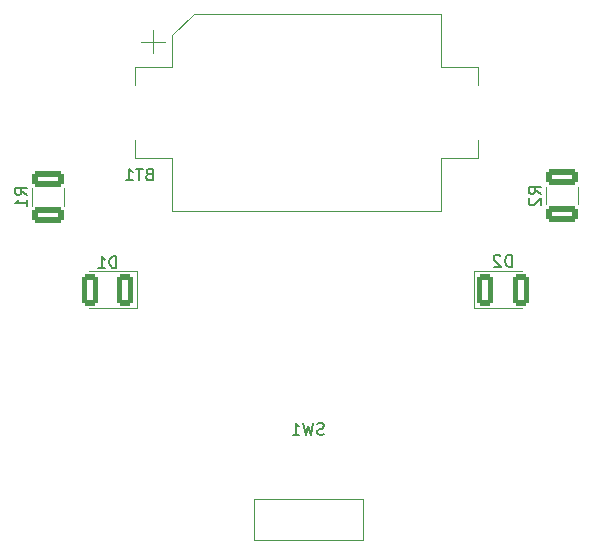
<source format=gbr>
%TF.GenerationSoftware,KiCad,Pcbnew,(6.0.10)*%
%TF.CreationDate,2023-11-18T20:59:03+01:00*%
%TF.ProjectId,Lynx,4c796e78-2e6b-4696-9361-645f70636258,V 1.3*%
%TF.SameCoordinates,Original*%
%TF.FileFunction,Legend,Bot*%
%TF.FilePolarity,Positive*%
%FSLAX46Y46*%
G04 Gerber Fmt 4.6, Leading zero omitted, Abs format (unit mm)*
G04 Created by KiCad (PCBNEW (6.0.10)) date 2023-11-18 20:59:03*
%MOMM*%
%LPD*%
G01*
G04 APERTURE LIST*
G04 Aperture macros list*
%AMRoundRect*
0 Rectangle with rounded corners*
0 $1 Rounding radius*
0 $2 $3 $4 $5 $6 $7 $8 $9 X,Y pos of 4 corners*
0 Add a 4 corners polygon primitive as box body*
4,1,4,$2,$3,$4,$5,$6,$7,$8,$9,$2,$3,0*
0 Add four circle primitives for the rounded corners*
1,1,$1+$1,$2,$3*
1,1,$1+$1,$4,$5*
1,1,$1+$1,$6,$7*
1,1,$1+$1,$8,$9*
0 Add four rect primitives between the rounded corners*
20,1,$1+$1,$2,$3,$4,$5,0*
20,1,$1+$1,$4,$5,$6,$7,0*
20,1,$1+$1,$6,$7,$8,$9,0*
20,1,$1+$1,$8,$9,$2,$3,0*%
G04 Aperture macros list end*
%ADD10C,0.150000*%
%ADD11C,0.120000*%
%ADD12C,0.100000*%
%ADD13C,0.200000*%
%ADD14C,0.300000*%
%ADD15R,1.200000X2.700000*%
%ADD16RoundRect,0.250001X0.462499X1.074999X-0.462499X1.074999X-0.462499X-1.074999X0.462499X-1.074999X0*%
%ADD17RoundRect,0.250001X-0.462499X-1.074999X0.462499X-1.074999X0.462499X1.074999X-0.462499X1.074999X0*%
%ADD18R,2.600000X3.600000*%
%ADD19RoundRect,0.250000X-1.075000X0.400000X-1.075000X-0.400000X1.075000X-0.400000X1.075000X0.400000X0*%
G04 APERTURE END LIST*
D10*
%TO.C,SW1*%
X81333333Y-95234761D02*
X81190476Y-95282380D01*
X80952380Y-95282380D01*
X80857142Y-95234761D01*
X80809523Y-95187142D01*
X80761904Y-95091904D01*
X80761904Y-94996666D01*
X80809523Y-94901428D01*
X80857142Y-94853809D01*
X80952380Y-94806190D01*
X81142857Y-94758571D01*
X81238095Y-94710952D01*
X81285714Y-94663333D01*
X81333333Y-94568095D01*
X81333333Y-94472857D01*
X81285714Y-94377619D01*
X81238095Y-94330000D01*
X81142857Y-94282380D01*
X80904761Y-94282380D01*
X80761904Y-94330000D01*
X80428571Y-94282380D02*
X80190476Y-95282380D01*
X80000000Y-94568095D01*
X79809523Y-95282380D01*
X79571428Y-94282380D01*
X78666666Y-95282380D02*
X79238095Y-95282380D01*
X78952380Y-95282380D02*
X78952380Y-94282380D01*
X79047619Y-94425238D01*
X79142857Y-94520476D01*
X79238095Y-94568095D01*
%TO.C,D1*%
X63738095Y-81172380D02*
X63738095Y-80172380D01*
X63500000Y-80172380D01*
X63357142Y-80220000D01*
X63261904Y-80315238D01*
X63214285Y-80410476D01*
X63166666Y-80600952D01*
X63166666Y-80743809D01*
X63214285Y-80934285D01*
X63261904Y-81029523D01*
X63357142Y-81124761D01*
X63500000Y-81172380D01*
X63738095Y-81172380D01*
X62214285Y-81172380D02*
X62785714Y-81172380D01*
X62500000Y-81172380D02*
X62500000Y-80172380D01*
X62595238Y-80315238D01*
X62690476Y-80410476D01*
X62785714Y-80458095D01*
%TO.C,D2*%
X97225595Y-81052380D02*
X97225595Y-80052380D01*
X96987500Y-80052380D01*
X96844642Y-80100000D01*
X96749404Y-80195238D01*
X96701785Y-80290476D01*
X96654166Y-80480952D01*
X96654166Y-80623809D01*
X96701785Y-80814285D01*
X96749404Y-80909523D01*
X96844642Y-81004761D01*
X96987500Y-81052380D01*
X97225595Y-81052380D01*
X96273214Y-80147619D02*
X96225595Y-80100000D01*
X96130357Y-80052380D01*
X95892261Y-80052380D01*
X95797023Y-80100000D01*
X95749404Y-80147619D01*
X95701785Y-80242857D01*
X95701785Y-80338095D01*
X95749404Y-80480952D01*
X96320833Y-81052380D01*
X95701785Y-81052380D01*
%TO.C,BT1*%
X66510714Y-73228571D02*
X66367857Y-73276190D01*
X66320238Y-73323809D01*
X66272619Y-73419047D01*
X66272619Y-73561904D01*
X66320238Y-73657142D01*
X66367857Y-73704761D01*
X66463095Y-73752380D01*
X66844047Y-73752380D01*
X66844047Y-72752380D01*
X66510714Y-72752380D01*
X66415476Y-72800000D01*
X66367857Y-72847619D01*
X66320238Y-72942857D01*
X66320238Y-73038095D01*
X66367857Y-73133333D01*
X66415476Y-73180952D01*
X66510714Y-73228571D01*
X66844047Y-73228571D01*
X65986904Y-72752380D02*
X65415476Y-72752380D01*
X65701190Y-73752380D02*
X65701190Y-72752380D01*
X64558333Y-73752380D02*
X65129761Y-73752380D01*
X64844047Y-73752380D02*
X64844047Y-72752380D01*
X64939285Y-72895238D01*
X65034523Y-72990476D01*
X65129761Y-73038095D01*
%TO.C,R1*%
X56172380Y-74983333D02*
X55696190Y-74650000D01*
X56172380Y-74411904D02*
X55172380Y-74411904D01*
X55172380Y-74792857D01*
X55220000Y-74888095D01*
X55267619Y-74935714D01*
X55362857Y-74983333D01*
X55505714Y-74983333D01*
X55600952Y-74935714D01*
X55648571Y-74888095D01*
X55696190Y-74792857D01*
X55696190Y-74411904D01*
X56172380Y-75935714D02*
X56172380Y-75364285D01*
X56172380Y-75650000D02*
X55172380Y-75650000D01*
X55315238Y-75554761D01*
X55410476Y-75459523D01*
X55458095Y-75364285D01*
%TO.C,R2*%
X99672380Y-74883333D02*
X99196190Y-74550000D01*
X99672380Y-74311904D02*
X98672380Y-74311904D01*
X98672380Y-74692857D01*
X98720000Y-74788095D01*
X98767619Y-74835714D01*
X98862857Y-74883333D01*
X99005714Y-74883333D01*
X99100952Y-74835714D01*
X99148571Y-74788095D01*
X99196190Y-74692857D01*
X99196190Y-74311904D01*
X98767619Y-75264285D02*
X98720000Y-75311904D01*
X98672380Y-75407142D01*
X98672380Y-75645238D01*
X98720000Y-75740476D01*
X98767619Y-75788095D01*
X98862857Y-75835714D01*
X98958095Y-75835714D01*
X99100952Y-75788095D01*
X99672380Y-75216666D01*
X99672380Y-75835714D01*
D11*
%TO.C,SW1*%
X84600000Y-100700000D02*
X75400000Y-100700000D01*
X75400000Y-100700000D02*
X75400000Y-104200000D01*
X75400000Y-104200000D02*
X84600000Y-104200000D01*
X84600000Y-104200000D02*
X84600000Y-100700000D01*
%TO.C,D1*%
X61400000Y-81415000D02*
X65460000Y-81415000D01*
X65460000Y-84585000D02*
X61400000Y-84585000D01*
X65460000Y-81415000D02*
X65460000Y-84585000D01*
%TO.C,D2*%
X98087500Y-84585000D02*
X94027500Y-84585000D01*
X94027500Y-81415000D02*
X98087500Y-81415000D01*
X94027500Y-84585000D02*
X94027500Y-81415000D01*
%TO.C,BT1*%
X68500000Y-64150000D02*
X65300000Y-64150000D01*
X67850000Y-62000000D02*
X65850000Y-62000000D01*
X91200000Y-64150000D02*
X94400000Y-64150000D01*
X68500000Y-76350000D02*
X91200000Y-76350000D01*
X65300000Y-64150000D02*
X65300000Y-65700000D01*
X94400000Y-71850000D02*
X94400000Y-70300000D01*
X91200000Y-59650000D02*
X91200000Y-64150000D01*
X70300000Y-59650000D02*
X68500000Y-61450000D01*
X65300000Y-71850000D02*
X65300000Y-70300000D01*
X91200000Y-76350000D02*
X91200000Y-71850000D01*
X91200000Y-59650000D02*
X70300000Y-59650000D01*
X66850000Y-63000000D02*
X66850000Y-61000000D01*
X91200000Y-71850000D02*
X94400000Y-71850000D01*
X68500000Y-76350000D02*
X68500000Y-71850000D01*
X68500000Y-71850000D02*
X65300000Y-71850000D01*
X94400000Y-64150000D02*
X94400000Y-65700000D01*
X68500000Y-61450000D02*
X68500000Y-64150000D01*
%TO.C,R1*%
X56645000Y-74426263D02*
X56645000Y-75873737D01*
X59355000Y-74426263D02*
X59355000Y-75873737D01*
%TO.C,R2*%
X102855000Y-74326263D02*
X102855000Y-75773737D01*
X100145000Y-74326263D02*
X100145000Y-75773737D01*
%TD*%
%LPC*%
D12*
G36*
X63800000Y-84200000D02*
G01*
X62000000Y-84200000D01*
X62000000Y-81800000D01*
X63800000Y-81800000D01*
X63800000Y-84200000D01*
G37*
X63800000Y-84200000D02*
X62000000Y-84200000D01*
X62000000Y-81800000D01*
X63800000Y-81800000D01*
X63800000Y-84200000D01*
G36*
X97400000Y-84200000D02*
G01*
X95600000Y-84200000D01*
X95600000Y-81800000D01*
X97400000Y-81800000D01*
X97400000Y-84200000D01*
G37*
X97400000Y-84200000D02*
X95600000Y-84200000D01*
X95600000Y-81800000D01*
X97400000Y-81800000D01*
X97400000Y-84200000D01*
D13*
G36*
X97400000Y-86600000D02*
G01*
X95600000Y-85917241D01*
X97400000Y-85200000D01*
X97400000Y-86600000D01*
G37*
X97400000Y-86600000D02*
X95600000Y-85917241D01*
X97400000Y-85200000D01*
X97400000Y-86600000D01*
G36*
X63800000Y-85882759D02*
G01*
X62000000Y-86600000D01*
X62000000Y-85200000D01*
X63800000Y-85882759D01*
G37*
X63800000Y-85882759D02*
X62000000Y-86600000D01*
X62000000Y-85200000D01*
X63800000Y-85882759D01*
D14*
X87221428Y-101778571D02*
X86935714Y-101778571D01*
X86792857Y-101850000D01*
X86650000Y-101992857D01*
X86578571Y-102278571D01*
X86578571Y-102778571D01*
X86650000Y-103064285D01*
X86792857Y-103207142D01*
X86935714Y-103278571D01*
X87221428Y-103278571D01*
X87364285Y-103207142D01*
X87507142Y-103064285D01*
X87578571Y-102778571D01*
X87578571Y-102278571D01*
X87507142Y-101992857D01*
X87364285Y-101850000D01*
X87221428Y-101778571D01*
X85935714Y-102278571D02*
X85935714Y-103278571D01*
X85935714Y-102421428D02*
X85864285Y-102350000D01*
X85721428Y-102278571D01*
X85507142Y-102278571D01*
X85364285Y-102350000D01*
X85292857Y-102492857D01*
X85292857Y-103278571D01*
X74000000Y-101778571D02*
X73714285Y-101778571D01*
X73571428Y-101850000D01*
X73428571Y-101992857D01*
X73357142Y-102278571D01*
X73357142Y-102778571D01*
X73428571Y-103064285D01*
X73571428Y-103207142D01*
X73714285Y-103278571D01*
X74000000Y-103278571D01*
X74142857Y-103207142D01*
X74285714Y-103064285D01*
X74357142Y-102778571D01*
X74357142Y-102278571D01*
X74285714Y-101992857D01*
X74142857Y-101850000D01*
X74000000Y-101778571D01*
X72928571Y-102278571D02*
X72357142Y-102278571D01*
X72714285Y-103278571D02*
X72714285Y-101992857D01*
X72642857Y-101850000D01*
X72500000Y-101778571D01*
X72357142Y-101778571D01*
X72071428Y-102278571D02*
X71500000Y-102278571D01*
X71857142Y-103278571D02*
X71857142Y-101992857D01*
X71785714Y-101850000D01*
X71642857Y-101778571D01*
X71500000Y-101778571D01*
X81857142Y-113794761D02*
X82809523Y-113794761D01*
X82809523Y-111794761D01*
X81380952Y-112461428D02*
X80904761Y-113794761D01*
X80428571Y-112461428D02*
X80904761Y-113794761D01*
X81095238Y-114270952D01*
X81190476Y-114366190D01*
X81380952Y-114461428D01*
X79666666Y-112461428D02*
X79666666Y-113794761D01*
X79666666Y-112651904D02*
X79571428Y-112556666D01*
X79380952Y-112461428D01*
X79095238Y-112461428D01*
X78904761Y-112556666D01*
X78809523Y-112747142D01*
X78809523Y-113794761D01*
X78047619Y-113794761D02*
X77000000Y-112461428D01*
X78047619Y-112461428D02*
X77000000Y-113794761D01*
X83809523Y-115014761D02*
X83142857Y-117014761D01*
X82476190Y-115014761D01*
X79238095Y-117014761D02*
X80380952Y-117014761D01*
X79809523Y-117014761D02*
X79809523Y-115014761D01*
X80000000Y-115300476D01*
X80190476Y-115490952D01*
X80380952Y-115586190D01*
X78380952Y-116824285D02*
X78285714Y-116919523D01*
X78380952Y-117014761D01*
X78476190Y-116919523D01*
X78380952Y-116824285D01*
X78380952Y-117014761D01*
X77619047Y-115014761D02*
X76380952Y-115014761D01*
X77047619Y-115776666D01*
X76761904Y-115776666D01*
X76571428Y-115871904D01*
X76476190Y-115967142D01*
X76380952Y-116157619D01*
X76380952Y-116633809D01*
X76476190Y-116824285D01*
X76571428Y-116919523D01*
X76761904Y-117014761D01*
X77333333Y-117014761D01*
X77523809Y-116919523D01*
X77619047Y-116824285D01*
D15*
%TO.C,SW1*%
X82500000Y-99000000D03*
X80000000Y-99000000D03*
X77500000Y-99000000D03*
X82500000Y-105900000D03*
X80000000Y-105900000D03*
X77500000Y-105900000D03*
%TD*%
D16*
%TO.C,D1*%
X64487500Y-83000000D03*
X61512500Y-83000000D03*
%TD*%
D17*
%TO.C,D2*%
X95000000Y-83000000D03*
X97975000Y-83000000D03*
%TD*%
D18*
%TO.C,BT1*%
X65200000Y-68000000D03*
X94500000Y-68000000D03*
%TD*%
D19*
%TO.C,R1*%
X58000000Y-73600000D03*
X58000000Y-76700000D03*
%TD*%
%TO.C,R2*%
X101500000Y-73500000D03*
X101500000Y-76600000D03*
%TD*%
M02*

</source>
